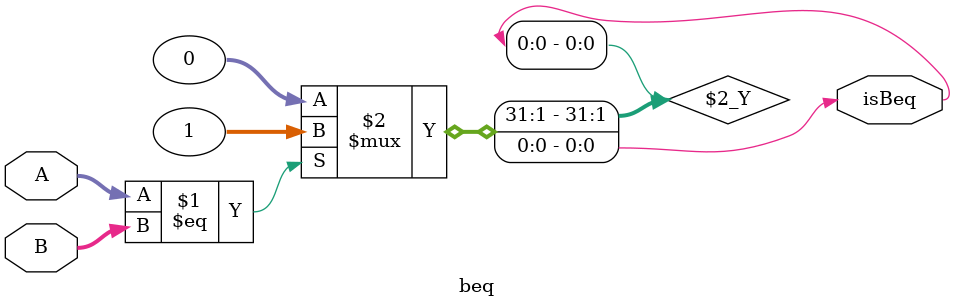
<source format=v>
`timescale 1ns / 1ps

module beq(
    input [31:0]A,B,

    output isBeq
);
    assign isBeq=(A==B)?1:0;
endmodule

</source>
